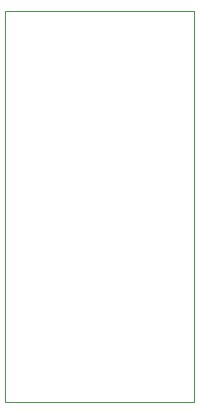
<source format=gbr>
G04 (created by PCBNEW (2013-07-24 BZR 4024)-stable) date Sat 29 Nov 2014 11:35:43 AM NZDT*
%MOIN*%
G04 Gerber Fmt 3.4, Leading zero omitted, Abs format*
%FSLAX34Y34*%
G01*
G70*
G90*
G04 APERTURE LIST*
%ADD10C,0.00590551*%
%ADD11C,0.00393701*%
G04 APERTURE END LIST*
G54D10*
G54D11*
X23263Y-17496D02*
X23263Y-30527D01*
X29562Y-17496D02*
X23263Y-17496D01*
X29562Y-30527D02*
X23263Y-30527D01*
X29562Y-17496D02*
X29562Y-30527D01*
X29484Y-17496D02*
X29484Y-17496D01*
M02*

</source>
